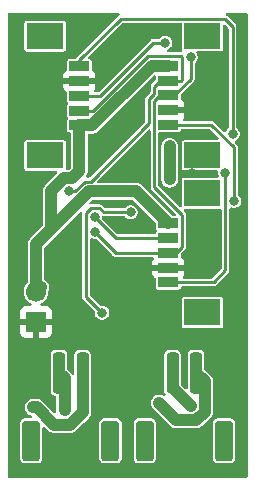
<source format=gbr>
%TF.GenerationSoftware,KiCad,Pcbnew,9.0.1*%
%TF.CreationDate,2025-05-22T11:03:56-04:00*%
%TF.ProjectId,Pneumatactors_1Xiao_PiezoPumps_2Valves,506e6575-6d61-4746-9163-746f72735f31,rev?*%
%TF.SameCoordinates,Original*%
%TF.FileFunction,Copper,L2,Bot*%
%TF.FilePolarity,Positive*%
%FSLAX46Y46*%
G04 Gerber Fmt 4.6, Leading zero omitted, Abs format (unit mm)*
G04 Created by KiCad (PCBNEW 9.0.1) date 2025-05-22 11:03:56*
%MOMM*%
%LPD*%
G01*
G04 APERTURE LIST*
G04 Aperture macros list*
%AMRoundRect*
0 Rectangle with rounded corners*
0 $1 Rounding radius*
0 $2 $3 $4 $5 $6 $7 $8 $9 X,Y pos of 4 corners*
0 Add a 4 corners polygon primitive as box body*
4,1,4,$2,$3,$4,$5,$6,$7,$8,$9,$2,$3,0*
0 Add four circle primitives for the rounded corners*
1,1,$1+$1,$2,$3*
1,1,$1+$1,$4,$5*
1,1,$1+$1,$6,$7*
1,1,$1+$1,$8,$9*
0 Add four rect primitives between the rounded corners*
20,1,$1+$1,$2,$3,$4,$5,0*
20,1,$1+$1,$4,$5,$6,$7,0*
20,1,$1+$1,$6,$7,$8,$9,0*
20,1,$1+$1,$8,$9,$2,$3,0*%
G04 Aperture macros list end*
%TA.AperFunction,SMDPad,CuDef*%
%ADD10R,3.098800X2.209800*%
%TD*%
%TA.AperFunction,SMDPad,CuDef*%
%ADD11R,1.701800X0.812800*%
%TD*%
%TA.AperFunction,SMDPad,CuDef*%
%ADD12RoundRect,0.250001X0.499999X1.449999X-0.499999X1.449999X-0.499999X-1.449999X0.499999X-1.449999X0*%
%TD*%
%TA.AperFunction,SMDPad,CuDef*%
%ADD13RoundRect,0.250000X0.250000X1.500000X-0.250000X1.500000X-0.250000X-1.500000X0.250000X-1.500000X0*%
%TD*%
%TA.AperFunction,ComponentPad*%
%ADD14C,1.700000*%
%TD*%
%TA.AperFunction,ComponentPad*%
%ADD15R,1.700000X1.700000*%
%TD*%
%TA.AperFunction,ViaPad*%
%ADD16C,0.800000*%
%TD*%
%TA.AperFunction,Conductor*%
%ADD17C,1.000000*%
%TD*%
%TA.AperFunction,Conductor*%
%ADD18C,0.250000*%
%TD*%
G04 APERTURE END LIST*
D10*
%TO.P,J4,7*%
%TO.N,N/C*%
X43184501Y-50175000D03*
%TO.P,J4,6*%
X43184501Y-40075000D03*
D11*
%TO.P,J4,5,5*%
%TO.N,P3_A*%
X46084500Y-42625000D03*
%TO.P,J4,4,4*%
%TO.N,GND*%
X46084500Y-43875000D03*
%TO.P,J4,3,3*%
%TO.N,SCL*%
X46084500Y-45125000D03*
%TO.P,J4,2,2*%
%TO.N,SDA*%
X46084500Y-46375000D03*
%TO.P,J4,1,1*%
%TO.N,5V*%
X46084500Y-47625000D03*
%TD*%
D12*
%TO.P,J6,MP*%
%TO.N,N/C*%
X51625000Y-74330000D03*
X58325000Y-74330000D03*
D13*
%TO.P,J6,2,Pin_2*%
%TO.N,5V*%
X53975000Y-68580000D03*
%TO.P,J6,1,Pin_1*%
%TO.N,Net-(D3-A)*%
X55975000Y-68580000D03*
%TD*%
D10*
%TO.P,J1,7*%
%TO.N,N/C*%
X56510499Y-40035000D03*
%TO.P,J1,6*%
X56510499Y-50135000D03*
D11*
%TO.P,J1,5,5*%
%TO.N,P1_A*%
X53610500Y-47585000D03*
%TO.P,J1,4,4*%
%TO.N,GND*%
X53610500Y-46335000D03*
%TO.P,J1,3,3*%
%TO.N,SCL*%
X53610500Y-45085000D03*
%TO.P,J1,2,2*%
%TO.N,SDA*%
X53610500Y-43835000D03*
%TO.P,J1,1,1*%
%TO.N,5V*%
X53610500Y-42585000D03*
%TD*%
D12*
%TO.P,J5,MP*%
%TO.N,N/C*%
X42005000Y-74330000D03*
X48705000Y-74330000D03*
D13*
%TO.P,J5,2,Pin_2*%
%TO.N,5V*%
X44355000Y-68580000D03*
%TO.P,J5,1,Pin_1*%
%TO.N,Net-(D2-A)*%
X46355000Y-68580000D03*
%TD*%
D10*
%TO.P,J2,7*%
%TO.N,N/C*%
X56510499Y-53370000D03*
%TO.P,J2,6*%
X56510499Y-63470000D03*
D11*
%TO.P,J2,5,5*%
%TO.N,P2_A*%
X53610500Y-60920000D03*
%TO.P,J2,4,4*%
%TO.N,GND*%
X53610500Y-59670000D03*
%TO.P,J2,3,3*%
%TO.N,SCL*%
X53610500Y-58420000D03*
%TO.P,J2,2,2*%
%TO.N,SDA*%
X53610500Y-57170000D03*
%TO.P,J2,1,1*%
%TO.N,5V*%
X53610500Y-55920000D03*
%TD*%
D14*
%TO.P,J3,2,Pin_2*%
%TO.N,5V*%
X42418000Y-61722000D03*
D15*
%TO.P,J3,1,Pin_1*%
%TO.N,GND*%
X42418000Y-64262000D03*
%TD*%
D16*
%TO.N,GND*%
X48514000Y-49530000D03*
%TO.N,SCL*%
X53340000Y-40640000D03*
%TO.N,P3_A*%
X59058289Y-48351184D03*
%TO.N,SCL*%
X55512399Y-41864966D03*
%TO.N,GND*%
X54864000Y-48514000D03*
%TO.N,5V*%
X53610500Y-55920000D03*
%TO.N,GND*%
X49403000Y-59182000D03*
%TO.N,3V3*%
X50419000Y-54991000D03*
X48006000Y-63500000D03*
%TO.N,5V*%
X55496000Y-71374000D03*
%TO.N,Net-(D1-K)*%
X53721000Y-52197000D03*
X53721000Y-49403000D03*
%TO.N,P1_A*%
X59176696Y-54022000D03*
%TO.N,GND*%
X56896000Y-58547000D03*
%TO.N,5V*%
X44831000Y-71755000D03*
%TO.N,Net-(D3-A)*%
X52832000Y-71120000D03*
%TO.N,GND*%
X55626000Y-51689000D03*
X50419000Y-50927000D03*
%TO.N,P2_A*%
X58451696Y-51694319D03*
%TO.N,SDA*%
X47369818Y-55373182D03*
X45210818Y-53214182D03*
%TO.N,SCL*%
X47371000Y-56642000D03*
%TO.N,GND*%
X51562000Y-60325000D03*
X44323000Y-63881000D03*
X44958000Y-59055000D03*
%TO.N,Net-(D2-A)*%
X42164000Y-71501000D03*
%TO.N,GND*%
X59817000Y-60452000D03*
X50165000Y-46609000D03*
X51181000Y-56261000D03*
X49530000Y-63500000D03*
X55880000Y-45720000D03*
%TD*%
D17*
%TO.N,5V*%
X42418000Y-57658000D02*
X43688000Y-56388000D01*
D18*
%TO.N,3V3*%
X46643818Y-62137818D02*
X48006000Y-63500000D01*
X50419000Y-54991000D02*
X48133000Y-54991000D01*
X47069098Y-54647182D02*
X46643818Y-55072462D01*
X47789182Y-54647182D02*
X47069098Y-54647182D01*
%TO.N,SCL*%
X54787400Y-55187600D02*
X54787400Y-57902400D01*
X47371000Y-56642000D02*
X49149000Y-58420000D01*
X52433600Y-52833800D02*
X54787400Y-55187600D01*
X49149000Y-58420000D02*
X53610500Y-58420000D01*
X53610500Y-45085000D02*
X52951200Y-45085000D01*
X54269800Y-58420000D02*
X53610500Y-58420000D01*
X52951200Y-45085000D02*
X52433600Y-45602600D01*
X52433600Y-45602600D02*
X52433600Y-52833800D01*
X54787400Y-57902400D02*
X54269800Y-58420000D01*
%TO.N,SDA*%
X47369818Y-55373182D02*
X49166636Y-57170000D01*
X49166636Y-57170000D02*
X53610500Y-57170000D01*
X47243060Y-46375000D02*
X46084500Y-46375000D01*
D17*
%TO.N,Net-(D2-A)*%
X45328470Y-72956000D02*
X46355000Y-71929470D01*
X43932844Y-72956000D02*
X45328470Y-72956000D01*
X42164000Y-71501000D02*
X42477844Y-71501000D01*
X42477844Y-71501000D02*
X43932844Y-72956000D01*
X46355000Y-71929470D02*
X46355000Y-68580000D01*
%TO.N,Net-(D1-K)*%
X53721000Y-52197000D02*
X53721000Y-49403000D01*
D18*
%TO.N,3V3*%
X48133000Y-54991000D02*
X47789182Y-54647182D01*
X46643818Y-55072462D02*
X46643818Y-62137818D01*
%TO.N,SDA*%
X54693800Y-41759000D02*
X51859060Y-41759000D01*
X53610500Y-43835000D02*
X54711400Y-43835000D01*
X54787400Y-43759000D02*
X54787400Y-41852600D01*
X52951200Y-43835000D02*
X53610500Y-43835000D01*
X51859060Y-41759000D02*
X47243060Y-46375000D01*
X54711400Y-43835000D02*
X54787400Y-43759000D01*
X52433600Y-44964790D02*
X52433600Y-44352600D01*
X52433600Y-44352600D02*
X52951200Y-43835000D01*
X54787400Y-41852600D02*
X54693800Y-41759000D01*
%TO.N,P2_A*%
X58451696Y-59912304D02*
X58451696Y-51694319D01*
X57444000Y-60920000D02*
X58451696Y-59912304D01*
X53610500Y-60920000D02*
X57444000Y-60920000D01*
%TO.N,P1_A*%
X59176696Y-49494897D02*
X59176696Y-54022000D01*
X53610500Y-47585000D02*
X57266799Y-47585000D01*
X57266799Y-47585000D02*
X59176696Y-49494897D01*
D17*
%TO.N,Net-(D3-A)*%
X54286999Y-72574999D02*
X55993471Y-72574999D01*
X52832000Y-71120000D02*
X54286999Y-72574999D01*
X55993471Y-72574999D02*
X56696999Y-71871471D01*
X56696999Y-71871471D02*
X56696999Y-69301999D01*
%TO.N,5V*%
X53610500Y-42585000D02*
X52201200Y-42585000D01*
X44831000Y-71755000D02*
X44831000Y-69056000D01*
X42418000Y-61722000D02*
X42418000Y-57658000D01*
X50903500Y-53213000D02*
X53610500Y-55920000D01*
X46863000Y-53213000D02*
X50903500Y-53213000D01*
X44831000Y-69056000D02*
X44355000Y-68580000D01*
X55496000Y-71374000D02*
X53975000Y-69853000D01*
X53975000Y-69853000D02*
X53975000Y-68580000D01*
%TO.N,Net-(D3-A)*%
X56696999Y-69301999D02*
X55975000Y-68580000D01*
D18*
%TO.N,P3_A*%
X46084500Y-42625000D02*
X46084500Y-42133500D01*
X46084500Y-42133500D02*
X49613900Y-38604100D01*
D17*
%TO.N,5V*%
X42799000Y-61341000D02*
X42418000Y-61722000D01*
X46863000Y-53213000D02*
X43688000Y-56388000D01*
X44754768Y-52113182D02*
X43688000Y-53179950D01*
X46084500Y-51463583D02*
X45434901Y-52113182D01*
X46084500Y-47625000D02*
X46084500Y-51463583D01*
X45434901Y-52113182D02*
X44754768Y-52113182D01*
X43688000Y-53179950D02*
X43688000Y-56388000D01*
D18*
%TO.N,SCL*%
X47855250Y-45125000D02*
X52340250Y-40640000D01*
X52340250Y-40640000D02*
X53340000Y-40640000D01*
X46084500Y-45125000D02*
X47855250Y-45125000D01*
D17*
%TO.N,5V*%
X52201200Y-42585000D02*
X47161200Y-47625000D01*
X47161200Y-47625000D02*
X46084500Y-47625000D01*
D18*
%TO.N,SDA*%
X45693678Y-53214182D02*
X46520860Y-52387000D01*
X45210818Y-53214182D02*
X45693678Y-53214182D01*
X47054000Y-52387000D02*
X51982600Y-47458400D01*
X51982600Y-45415790D02*
X52433600Y-44964790D01*
X51982600Y-47458400D02*
X51982600Y-45415790D01*
X46520860Y-52387000D02*
X47054000Y-52387000D01*
%TO.N,SCL*%
X53610500Y-45085000D02*
X54099210Y-45085000D01*
X54099210Y-45085000D02*
X55512399Y-43671811D01*
X55512399Y-43671811D02*
X55512399Y-41864966D01*
%TO.N,P3_A*%
X49613900Y-38604100D02*
X58385899Y-38604100D01*
X58385899Y-38604100D02*
X59058289Y-39276490D01*
X59058289Y-39276490D02*
X59058289Y-48351184D01*
%TD*%
%TA.AperFunction,Conductor*%
%TO.N,GND*%
G36*
X49439425Y-38120185D02*
G01*
X49485180Y-38172989D01*
X49495124Y-38242147D01*
X49466099Y-38305703D01*
X49434385Y-38331888D01*
X49414038Y-38343634D01*
X45824037Y-41933635D01*
X45824035Y-41933638D01*
X45811065Y-41956101D01*
X45760501Y-42004315D01*
X45703680Y-42018100D01*
X45213847Y-42018100D01*
X45155370Y-42029731D01*
X45155369Y-42029732D01*
X45089047Y-42074047D01*
X45044732Y-42140369D01*
X45044731Y-42140370D01*
X45033100Y-42198847D01*
X45033100Y-42932043D01*
X45013415Y-42999082D01*
X44983412Y-43031309D01*
X44876409Y-43111412D01*
X44790249Y-43226506D01*
X44790245Y-43226513D01*
X44740003Y-43361220D01*
X44740001Y-43361227D01*
X44733600Y-43420755D01*
X44733600Y-43625000D01*
X47435400Y-43625000D01*
X47435400Y-43420772D01*
X47435399Y-43420755D01*
X47428998Y-43361227D01*
X47428996Y-43361220D01*
X47378754Y-43226513D01*
X47378750Y-43226506D01*
X47292590Y-43111412D01*
X47185588Y-43031309D01*
X47143718Y-42975375D01*
X47135900Y-42932043D01*
X47135900Y-42198849D01*
X47135899Y-42198847D01*
X47124268Y-42140370D01*
X47124267Y-42140369D01*
X47079952Y-42074047D01*
X47013630Y-42029732D01*
X47013629Y-42029731D01*
X46955152Y-42018100D01*
X46949088Y-42017503D01*
X46949325Y-42015086D01*
X46892550Y-41998415D01*
X46846795Y-41945611D01*
X46836851Y-41876453D01*
X46865876Y-41812897D01*
X46871908Y-41806419D01*
X49712408Y-38965919D01*
X49773731Y-38932434D01*
X49800089Y-38929600D01*
X54636599Y-38929600D01*
X54703638Y-38949285D01*
X54749393Y-39002089D01*
X54760599Y-39053600D01*
X54760599Y-41159652D01*
X54772230Y-41218129D01*
X54772231Y-41218130D01*
X54787251Y-41240609D01*
X54808129Y-41307287D01*
X54789644Y-41374667D01*
X54737666Y-41421357D01*
X54684149Y-41433500D01*
X53629392Y-41433500D01*
X53562353Y-41413815D01*
X53516598Y-41361011D01*
X53506654Y-41291853D01*
X53535679Y-41228297D01*
X53567392Y-41202113D01*
X53640944Y-41159648D01*
X53708716Y-41120520D01*
X53820520Y-41008716D01*
X53899577Y-40871784D01*
X53940500Y-40719057D01*
X53940500Y-40560943D01*
X53899577Y-40408216D01*
X53883018Y-40379535D01*
X53820524Y-40271290D01*
X53820518Y-40271282D01*
X53708717Y-40159481D01*
X53708709Y-40159475D01*
X53571790Y-40080426D01*
X53571786Y-40080424D01*
X53571784Y-40080423D01*
X53419057Y-40039500D01*
X53260943Y-40039500D01*
X53108216Y-40080423D01*
X53108209Y-40080426D01*
X52971290Y-40159475D01*
X52971282Y-40159481D01*
X52853733Y-40277031D01*
X52851487Y-40274785D01*
X52807145Y-40307179D01*
X52765170Y-40314500D01*
X52297397Y-40314500D01*
X52214611Y-40336682D01*
X52214608Y-40336683D01*
X52177500Y-40358107D01*
X52177500Y-40358108D01*
X52140388Y-40379535D01*
X52140385Y-40379537D01*
X47756742Y-44763181D01*
X47729814Y-44777884D01*
X47703996Y-44794477D01*
X47697795Y-44795368D01*
X47695419Y-44796666D01*
X47669061Y-44799500D01*
X47419853Y-44799500D01*
X47352814Y-44779815D01*
X47307059Y-44727011D01*
X47297115Y-44657853D01*
X47320587Y-44601188D01*
X47378752Y-44523489D01*
X47378754Y-44523486D01*
X47428996Y-44388779D01*
X47428998Y-44388772D01*
X47435399Y-44329244D01*
X47435400Y-44329227D01*
X47435400Y-44125000D01*
X44733600Y-44125000D01*
X44733600Y-44329244D01*
X44740001Y-44388772D01*
X44740003Y-44388779D01*
X44790245Y-44523486D01*
X44790249Y-44523493D01*
X44876409Y-44638587D01*
X44876412Y-44638590D01*
X44983411Y-44718690D01*
X45025282Y-44774623D01*
X45033100Y-44817956D01*
X45033100Y-45551152D01*
X45044731Y-45609629D01*
X45044732Y-45609630D01*
X45092493Y-45681109D01*
X45113371Y-45747786D01*
X45094887Y-45815167D01*
X45092493Y-45818891D01*
X45044732Y-45890369D01*
X45044731Y-45890370D01*
X45033100Y-45948847D01*
X45033100Y-46801152D01*
X45044731Y-46859629D01*
X45044732Y-46859630D01*
X45092493Y-46931109D01*
X45113371Y-46997786D01*
X45094887Y-47065167D01*
X45092493Y-47068891D01*
X45044732Y-47140369D01*
X45044731Y-47140370D01*
X45033100Y-47198847D01*
X45033100Y-48051152D01*
X45044731Y-48109629D01*
X45044732Y-48109630D01*
X45089047Y-48175952D01*
X45155369Y-48220267D01*
X45155370Y-48220268D01*
X45213847Y-48231899D01*
X45213850Y-48231900D01*
X45213852Y-48231900D01*
X45260000Y-48231900D01*
X45327039Y-48251585D01*
X45372794Y-48304389D01*
X45384000Y-48355900D01*
X45384000Y-51122064D01*
X45375355Y-51151504D01*
X45368832Y-51181491D01*
X45365077Y-51186506D01*
X45364315Y-51189103D01*
X45347681Y-51209745D01*
X45181063Y-51376363D01*
X45119740Y-51409848D01*
X45093382Y-51412682D01*
X45058401Y-51412682D01*
X44991362Y-51392997D01*
X44945607Y-51340193D01*
X44934401Y-51288682D01*
X44934401Y-49050349D01*
X44934400Y-49050347D01*
X44922769Y-48991870D01*
X44922768Y-48991869D01*
X44878453Y-48925547D01*
X44812131Y-48881232D01*
X44812130Y-48881231D01*
X44753653Y-48869600D01*
X44753649Y-48869600D01*
X41615353Y-48869600D01*
X41615348Y-48869600D01*
X41556871Y-48881231D01*
X41556870Y-48881232D01*
X41490548Y-48925547D01*
X41446233Y-48991869D01*
X41446232Y-48991870D01*
X41434601Y-49050347D01*
X41434601Y-51299652D01*
X41446232Y-51358129D01*
X41446233Y-51358130D01*
X41490548Y-51424452D01*
X41556870Y-51468767D01*
X41556871Y-51468768D01*
X41615348Y-51480399D01*
X41615351Y-51480400D01*
X41615353Y-51480400D01*
X44097530Y-51480400D01*
X44164569Y-51500085D01*
X44210324Y-51552889D01*
X44220268Y-51622047D01*
X44191243Y-51685603D01*
X44185211Y-51692081D01*
X43143888Y-52733403D01*
X43143882Y-52733411D01*
X43069010Y-52845466D01*
X43067232Y-52848126D01*
X43067223Y-52848142D01*
X43014420Y-52975621D01*
X43014418Y-52975627D01*
X42987500Y-53110954D01*
X42987500Y-56046480D01*
X42967815Y-56113519D01*
X42951181Y-56134161D01*
X41873888Y-57211453D01*
X41873887Y-57211454D01*
X41797222Y-57326192D01*
X41744421Y-57453667D01*
X41744418Y-57453677D01*
X41717500Y-57589004D01*
X41717500Y-60885505D01*
X41697815Y-60952544D01*
X41681181Y-60973186D01*
X41602025Y-61052341D01*
X41602024Y-61052342D01*
X41487058Y-61224403D01*
X41407870Y-61415579D01*
X41407868Y-61415587D01*
X41367500Y-61618530D01*
X41367500Y-61825469D01*
X41407868Y-62028412D01*
X41407870Y-62028420D01*
X41469096Y-62176233D01*
X41487059Y-62219598D01*
X41516365Y-62263458D01*
X41602024Y-62391657D01*
X41748342Y-62537975D01*
X41748345Y-62537977D01*
X41920402Y-62652941D01*
X41959993Y-62669340D01*
X41969888Y-62673439D01*
X42024291Y-62717280D01*
X42046356Y-62783574D01*
X42029077Y-62851274D01*
X41977939Y-62898884D01*
X41922435Y-62912000D01*
X41520155Y-62912000D01*
X41460627Y-62918401D01*
X41460620Y-62918403D01*
X41325913Y-62968645D01*
X41325906Y-62968649D01*
X41210812Y-63054809D01*
X41210809Y-63054812D01*
X41124649Y-63169906D01*
X41124645Y-63169913D01*
X41074403Y-63304620D01*
X41074401Y-63304627D01*
X41068000Y-63364155D01*
X41068000Y-64012000D01*
X41984988Y-64012000D01*
X41952075Y-64069007D01*
X41918000Y-64196174D01*
X41918000Y-64327826D01*
X41952075Y-64454993D01*
X41984988Y-64512000D01*
X41068000Y-64512000D01*
X41068000Y-65159844D01*
X41074401Y-65219372D01*
X41074403Y-65219379D01*
X41124645Y-65354086D01*
X41124649Y-65354093D01*
X41210809Y-65469187D01*
X41210812Y-65469190D01*
X41325906Y-65555350D01*
X41325913Y-65555354D01*
X41460620Y-65605596D01*
X41460627Y-65605598D01*
X41520155Y-65611999D01*
X41520172Y-65612000D01*
X42168000Y-65612000D01*
X42168000Y-64695012D01*
X42225007Y-64727925D01*
X42352174Y-64762000D01*
X42483826Y-64762000D01*
X42610993Y-64727925D01*
X42668000Y-64695012D01*
X42668000Y-65612000D01*
X43315828Y-65612000D01*
X43315844Y-65611999D01*
X43375372Y-65605598D01*
X43375379Y-65605596D01*
X43510086Y-65555354D01*
X43510093Y-65555350D01*
X43625187Y-65469190D01*
X43625190Y-65469187D01*
X43711350Y-65354093D01*
X43711354Y-65354086D01*
X43761596Y-65219379D01*
X43761598Y-65219372D01*
X43767999Y-65159844D01*
X43768000Y-65159827D01*
X43768000Y-64512000D01*
X42851012Y-64512000D01*
X42883925Y-64454993D01*
X42918000Y-64327826D01*
X42918000Y-64196174D01*
X42883925Y-64069007D01*
X42851012Y-64012000D01*
X43768000Y-64012000D01*
X43768000Y-63364172D01*
X43767999Y-63364155D01*
X43761598Y-63304627D01*
X43761596Y-63304620D01*
X43711354Y-63169913D01*
X43711350Y-63169906D01*
X43625190Y-63054812D01*
X43625187Y-63054809D01*
X43510093Y-62968649D01*
X43510086Y-62968645D01*
X43375379Y-62918403D01*
X43375372Y-62918401D01*
X43315844Y-62912000D01*
X42913565Y-62912000D01*
X42846526Y-62892315D01*
X42800771Y-62839511D01*
X42790827Y-62770353D01*
X42819852Y-62706797D01*
X42866112Y-62673439D01*
X42871608Y-62671162D01*
X42915598Y-62652941D01*
X43087655Y-62537977D01*
X43233977Y-62391655D01*
X43348941Y-62219598D01*
X43428130Y-62028420D01*
X43468500Y-61825465D01*
X43468500Y-61618535D01*
X43467325Y-61612629D01*
X43472768Y-61551753D01*
X43470811Y-61551160D01*
X43472575Y-61545338D01*
X43472580Y-61545329D01*
X43499499Y-61409994D01*
X43499499Y-61272006D01*
X43472580Y-61136672D01*
X43419774Y-61009189D01*
X43419772Y-61009186D01*
X43419770Y-61009182D01*
X43343113Y-60894456D01*
X43245543Y-60796886D01*
X43173609Y-60748822D01*
X43128804Y-60695210D01*
X43118500Y-60645720D01*
X43118500Y-57999519D01*
X43138185Y-57932480D01*
X43154819Y-57911838D01*
X46106637Y-54960020D01*
X46167960Y-54926535D01*
X46237652Y-54931519D01*
X46293585Y-54973391D01*
X46318002Y-55038855D01*
X46318318Y-55047701D01*
X46318318Y-62180670D01*
X46340500Y-62263458D01*
X46361926Y-62300568D01*
X46383353Y-62337680D01*
X46383355Y-62337682D01*
X47369370Y-63323697D01*
X47402855Y-63385020D01*
X47404017Y-63412816D01*
X47405500Y-63412816D01*
X47405500Y-63579056D01*
X47446423Y-63731783D01*
X47446426Y-63731790D01*
X47525475Y-63868709D01*
X47525479Y-63868714D01*
X47525480Y-63868716D01*
X47637284Y-63980520D01*
X47637286Y-63980521D01*
X47637290Y-63980524D01*
X47691809Y-64012000D01*
X47774216Y-64059577D01*
X47926943Y-64100500D01*
X47926945Y-64100500D01*
X48085055Y-64100500D01*
X48085057Y-64100500D01*
X48237784Y-64059577D01*
X48374716Y-63980520D01*
X48486520Y-63868716D01*
X48565577Y-63731784D01*
X48606500Y-63579057D01*
X48606500Y-63420943D01*
X48565577Y-63268216D01*
X48565573Y-63268209D01*
X48486524Y-63131290D01*
X48486518Y-63131282D01*
X48374717Y-63019481D01*
X48374709Y-63019475D01*
X48237790Y-62940426D01*
X48237786Y-62940424D01*
X48237784Y-62940423D01*
X48085057Y-62899500D01*
X47926943Y-62899500D01*
X47918816Y-62899500D01*
X47918816Y-62896332D01*
X47864504Y-62887851D01*
X47829697Y-62863370D01*
X47311674Y-62345347D01*
X54760599Y-62345347D01*
X54760599Y-64594652D01*
X54772230Y-64653129D01*
X54772231Y-64653130D01*
X54816546Y-64719452D01*
X54882868Y-64763767D01*
X54882869Y-64763768D01*
X54941346Y-64775399D01*
X54941349Y-64775400D01*
X54941351Y-64775400D01*
X58079649Y-64775400D01*
X58079650Y-64775399D01*
X58094467Y-64772452D01*
X58138128Y-64763768D01*
X58138128Y-64763767D01*
X58138130Y-64763767D01*
X58204451Y-64719452D01*
X58248766Y-64653131D01*
X58248766Y-64653129D01*
X58248767Y-64653129D01*
X58260398Y-64594652D01*
X58260399Y-64594650D01*
X58260399Y-62345349D01*
X58260398Y-62345347D01*
X58248767Y-62286870D01*
X58248766Y-62286869D01*
X58204451Y-62220547D01*
X58138129Y-62176232D01*
X58138128Y-62176231D01*
X58079651Y-62164600D01*
X58079647Y-62164600D01*
X54941351Y-62164600D01*
X54941346Y-62164600D01*
X54882869Y-62176231D01*
X54882868Y-62176232D01*
X54816546Y-62220547D01*
X54772231Y-62286869D01*
X54772230Y-62286870D01*
X54760599Y-62345347D01*
X47311674Y-62345347D01*
X47005637Y-62039310D01*
X46972152Y-61977987D01*
X46969318Y-61951629D01*
X46969318Y-57316781D01*
X46989003Y-57249742D01*
X47041807Y-57203987D01*
X47110965Y-57194043D01*
X47131323Y-57199629D01*
X47131365Y-57199473D01*
X47139214Y-57201576D01*
X47139216Y-57201577D01*
X47291943Y-57242500D01*
X47291945Y-57242500D01*
X47458185Y-57242500D01*
X47458185Y-57245683D01*
X47512398Y-57254102D01*
X47547302Y-57278629D01*
X48213925Y-57945251D01*
X48888533Y-58619859D01*
X48888535Y-58619862D01*
X48949138Y-58680465D01*
X48986250Y-58701891D01*
X48995370Y-58707157D01*
X48995373Y-58707159D01*
X49023358Y-58723317D01*
X49023360Y-58723317D01*
X49023361Y-58723318D01*
X49106147Y-58745501D01*
X49106149Y-58745501D01*
X49199449Y-58745501D01*
X49199465Y-58745500D01*
X52275147Y-58745500D01*
X52342186Y-58765185D01*
X52387941Y-58817989D01*
X52397885Y-58887147D01*
X52374413Y-58943812D01*
X52316247Y-59021510D01*
X52316245Y-59021513D01*
X52266003Y-59156220D01*
X52266001Y-59156227D01*
X52259600Y-59215755D01*
X52259600Y-59420000D01*
X54961400Y-59420000D01*
X54961400Y-59215772D01*
X54961399Y-59215755D01*
X54954998Y-59156227D01*
X54954996Y-59156220D01*
X54904754Y-59021513D01*
X54904750Y-59021506D01*
X54818590Y-58906412D01*
X54711588Y-58826309D01*
X54708851Y-58822653D01*
X54704697Y-58820756D01*
X54688105Y-58794938D01*
X54669718Y-58770375D01*
X54668702Y-58764747D01*
X54666923Y-58761978D01*
X54661900Y-58727043D01*
X54661900Y-58539589D01*
X54681585Y-58472550D01*
X54698219Y-58451908D01*
X55047865Y-58102262D01*
X55090718Y-58028039D01*
X55112900Y-57945253D01*
X55112900Y-57859547D01*
X55112900Y-55144747D01*
X55092887Y-55070057D01*
X55092886Y-55070055D01*
X55090718Y-55061961D01*
X55090717Y-55061960D01*
X55047865Y-54987738D01*
X54947208Y-54887081D01*
X54913723Y-54825758D01*
X54918707Y-54756066D01*
X54960579Y-54700133D01*
X55026043Y-54675716D01*
X55034889Y-54675400D01*
X58002196Y-54675400D01*
X58069235Y-54695085D01*
X58114990Y-54747889D01*
X58126196Y-54799400D01*
X58126196Y-59726115D01*
X58106511Y-59793154D01*
X58089877Y-59813796D01*
X57345492Y-60558181D01*
X57284169Y-60591666D01*
X57257811Y-60594500D01*
X54945853Y-60594500D01*
X54878814Y-60574815D01*
X54833059Y-60522011D01*
X54823115Y-60452853D01*
X54846587Y-60396188D01*
X54904752Y-60318489D01*
X54904754Y-60318486D01*
X54954996Y-60183779D01*
X54954998Y-60183772D01*
X54961399Y-60124244D01*
X54961400Y-60124227D01*
X54961400Y-59920000D01*
X52259600Y-59920000D01*
X52259600Y-60124244D01*
X52266001Y-60183772D01*
X52266003Y-60183779D01*
X52316245Y-60318486D01*
X52316249Y-60318493D01*
X52402409Y-60433587D01*
X52402412Y-60433590D01*
X52509411Y-60513690D01*
X52551282Y-60569623D01*
X52559100Y-60612956D01*
X52559100Y-61346152D01*
X52570731Y-61404629D01*
X52570732Y-61404630D01*
X52615047Y-61470952D01*
X52681369Y-61515267D01*
X52681370Y-61515268D01*
X52739847Y-61526899D01*
X52739850Y-61526900D01*
X52739852Y-61526900D01*
X54481150Y-61526900D01*
X54481151Y-61526899D01*
X54495968Y-61523952D01*
X54539629Y-61515268D01*
X54539629Y-61515267D01*
X54539631Y-61515267D01*
X54605952Y-61470952D01*
X54650267Y-61404631D01*
X54653847Y-61386632D01*
X54662068Y-61345308D01*
X54694453Y-61283397D01*
X54755169Y-61248823D01*
X54783685Y-61245500D01*
X57486851Y-61245500D01*
X57486853Y-61245500D01*
X57569639Y-61223318D01*
X57643862Y-61180465D01*
X58712161Y-60112166D01*
X58755013Y-60037943D01*
X58755014Y-60037942D01*
X58777196Y-59955157D01*
X58777196Y-54697685D01*
X58796881Y-54630646D01*
X58849685Y-54584891D01*
X58918843Y-54574947D01*
X58936942Y-54579913D01*
X58937061Y-54579473D01*
X58944910Y-54581576D01*
X58944912Y-54581577D01*
X59097639Y-54622500D01*
X59097641Y-54622500D01*
X59255751Y-54622500D01*
X59255753Y-54622500D01*
X59408480Y-54581577D01*
X59545412Y-54502520D01*
X59657216Y-54390716D01*
X59736273Y-54253784D01*
X59777196Y-54101057D01*
X59777196Y-53942943D01*
X59736273Y-53790216D01*
X59681131Y-53694706D01*
X59657220Y-53653290D01*
X59657214Y-53653282D01*
X59539665Y-53535733D01*
X59541903Y-53533494D01*
X59509494Y-53489080D01*
X59502196Y-53447169D01*
X59502196Y-49452046D01*
X59502196Y-49452044D01*
X59480014Y-49369259D01*
X59480014Y-49369258D01*
X59437161Y-49295035D01*
X59253581Y-49111455D01*
X59220096Y-49050132D01*
X59225080Y-48980440D01*
X59266952Y-48924507D01*
X59283262Y-48915219D01*
X59283035Y-48914825D01*
X59426998Y-48831708D01*
X59426997Y-48831708D01*
X59427005Y-48831704D01*
X59538809Y-48719900D01*
X59617866Y-48582968D01*
X59658789Y-48430241D01*
X59658789Y-48272127D01*
X59617866Y-48119400D01*
X59589131Y-48069629D01*
X59538813Y-47982474D01*
X59538807Y-47982466D01*
X59421258Y-47864917D01*
X59423496Y-47862678D01*
X59391087Y-47818264D01*
X59383789Y-47776353D01*
X59383789Y-39233639D01*
X59383789Y-39233637D01*
X59361607Y-39150852D01*
X59361607Y-39150851D01*
X59318754Y-39076628D01*
X58585761Y-38343635D01*
X58565412Y-38331886D01*
X58517197Y-38281320D01*
X58503975Y-38212713D01*
X58529943Y-38147848D01*
X58586857Y-38107320D01*
X58627413Y-38100500D01*
X60200500Y-38100500D01*
X60267539Y-38120185D01*
X60313294Y-38172989D01*
X60324500Y-38224500D01*
X60324500Y-77345500D01*
X60304815Y-77412539D01*
X60252011Y-77458294D01*
X60200500Y-77469500D01*
X40129500Y-77469500D01*
X40062461Y-77449815D01*
X40016706Y-77397011D01*
X40005500Y-77345500D01*
X40005500Y-72825731D01*
X41054500Y-72825731D01*
X41054500Y-75834258D01*
X41057354Y-75864698D01*
X41057354Y-75864699D01*
X41102206Y-75992881D01*
X41102207Y-75992882D01*
X41182850Y-76102150D01*
X41292118Y-76182793D01*
X41420302Y-76227646D01*
X41420301Y-76227646D01*
X41424271Y-76228018D01*
X41450735Y-76230500D01*
X42559264Y-76230499D01*
X42589698Y-76227646D01*
X42717882Y-76182793D01*
X42827150Y-76102150D01*
X42907793Y-75992882D01*
X42952646Y-75864698D01*
X42955500Y-75834265D01*
X42955499Y-73268673D01*
X42975184Y-73201635D01*
X43027987Y-73155880D01*
X43097146Y-73145936D01*
X43160702Y-73174961D01*
X43167180Y-73180993D01*
X43486297Y-73500111D01*
X43486298Y-73500112D01*
X43601036Y-73576777D01*
X43728511Y-73629578D01*
X43728516Y-73629580D01*
X43728520Y-73629580D01*
X43728521Y-73629581D01*
X43863847Y-73656500D01*
X43863850Y-73656500D01*
X45397466Y-73656500D01*
X45488510Y-73638389D01*
X45532798Y-73629580D01*
X45596539Y-73603177D01*
X45660277Y-73576777D01*
X45660278Y-73576776D01*
X45660281Y-73576775D01*
X45775013Y-73500114D01*
X46156017Y-73119110D01*
X46449397Y-72825731D01*
X47754500Y-72825731D01*
X47754500Y-75834258D01*
X47757354Y-75864698D01*
X47757354Y-75864699D01*
X47802206Y-75992881D01*
X47802207Y-75992882D01*
X47882850Y-76102150D01*
X47992118Y-76182793D01*
X48120302Y-76227646D01*
X48120301Y-76227646D01*
X48124271Y-76228018D01*
X48150735Y-76230500D01*
X49259264Y-76230499D01*
X49289698Y-76227646D01*
X49417882Y-76182793D01*
X49527150Y-76102150D01*
X49607793Y-75992882D01*
X49652646Y-75864698D01*
X49655500Y-75834265D01*
X49655499Y-72825736D01*
X49655499Y-72825731D01*
X50674500Y-72825731D01*
X50674500Y-75834258D01*
X50677354Y-75864698D01*
X50677354Y-75864699D01*
X50722206Y-75992881D01*
X50722207Y-75992882D01*
X50802850Y-76102150D01*
X50912118Y-76182793D01*
X51040302Y-76227646D01*
X51040301Y-76227646D01*
X51044271Y-76228018D01*
X51070735Y-76230500D01*
X52179264Y-76230499D01*
X52209698Y-76227646D01*
X52337882Y-76182793D01*
X52447150Y-76102150D01*
X52527793Y-75992882D01*
X52572646Y-75864698D01*
X52575500Y-75834265D01*
X52575499Y-72825736D01*
X52572646Y-72795302D01*
X52527793Y-72667118D01*
X52447150Y-72557850D01*
X52337882Y-72477207D01*
X52337881Y-72477206D01*
X52209695Y-72432353D01*
X52209698Y-72432353D01*
X52179268Y-72429500D01*
X51070741Y-72429500D01*
X51040301Y-72432354D01*
X51040300Y-72432354D01*
X50912118Y-72477206D01*
X50802850Y-72557850D01*
X50722206Y-72667118D01*
X50677353Y-72795302D01*
X50674500Y-72825731D01*
X49655499Y-72825731D01*
X49652646Y-72795302D01*
X49607793Y-72667118D01*
X49527150Y-72557850D01*
X49417882Y-72477207D01*
X49417881Y-72477206D01*
X49289695Y-72432353D01*
X49289698Y-72432353D01*
X49259268Y-72429500D01*
X48150741Y-72429500D01*
X48120301Y-72432354D01*
X48120300Y-72432354D01*
X47992118Y-72477206D01*
X47882850Y-72557850D01*
X47802206Y-72667118D01*
X47757353Y-72795302D01*
X47754500Y-72825731D01*
X46449397Y-72825731D01*
X46539973Y-72735155D01*
X46899111Y-72376016D01*
X46899112Y-72376015D01*
X46899114Y-72376013D01*
X46975775Y-72261281D01*
X47028580Y-72133798D01*
X47055500Y-71998464D01*
X47055500Y-71860476D01*
X47055500Y-71188996D01*
X52131499Y-71188996D01*
X52158418Y-71324322D01*
X52158421Y-71324332D01*
X52211222Y-71451807D01*
X52287887Y-71566545D01*
X52287888Y-71566546D01*
X53742885Y-73021541D01*
X53840454Y-73119110D01*
X53840458Y-73119114D01*
X53955183Y-73195771D01*
X53955184Y-73195771D01*
X53955188Y-73195774D01*
X54045331Y-73233112D01*
X54082670Y-73248579D01*
X54109590Y-73253933D01*
X54183696Y-73268674D01*
X54218005Y-73275499D01*
X54218006Y-73275499D01*
X56062467Y-73275499D01*
X56170883Y-73253933D01*
X56197799Y-73248579D01*
X56261540Y-73222176D01*
X56325278Y-73195776D01*
X56325279Y-73195775D01*
X56325282Y-73195774D01*
X56440014Y-73119113D01*
X56589815Y-72969312D01*
X56733397Y-72825731D01*
X57374500Y-72825731D01*
X57374500Y-75834258D01*
X57377354Y-75864698D01*
X57377354Y-75864699D01*
X57422206Y-75992881D01*
X57422207Y-75992882D01*
X57502850Y-76102150D01*
X57612118Y-76182793D01*
X57740302Y-76227646D01*
X57740301Y-76227646D01*
X57744271Y-76228018D01*
X57770735Y-76230500D01*
X58879264Y-76230499D01*
X58909698Y-76227646D01*
X59037882Y-76182793D01*
X59147150Y-76102150D01*
X59227793Y-75992882D01*
X59272646Y-75864698D01*
X59275500Y-75834265D01*
X59275499Y-72825736D01*
X59272646Y-72795302D01*
X59227793Y-72667118D01*
X59147150Y-72557850D01*
X59037882Y-72477207D01*
X59037881Y-72477206D01*
X58909695Y-72432353D01*
X58909698Y-72432353D01*
X58879268Y-72429500D01*
X57770741Y-72429500D01*
X57740301Y-72432354D01*
X57740300Y-72432354D01*
X57612118Y-72477206D01*
X57502850Y-72557850D01*
X57422206Y-72667118D01*
X57377353Y-72795302D01*
X57374500Y-72825731D01*
X56733397Y-72825731D01*
X56823973Y-72735155D01*
X57241110Y-72318017D01*
X57241111Y-72318016D01*
X57241113Y-72318014D01*
X57317774Y-72203282D01*
X57325810Y-72183883D01*
X57351537Y-72121771D01*
X57370579Y-72075799D01*
X57396091Y-71947545D01*
X57397499Y-71940467D01*
X57397499Y-69233003D01*
X57370580Y-69097676D01*
X57370579Y-69097675D01*
X57370579Y-69097671D01*
X57317774Y-68970188D01*
X57278768Y-68911811D01*
X57241113Y-68855456D01*
X57241110Y-68855452D01*
X56711819Y-68326161D01*
X56678334Y-68264838D01*
X56675500Y-68238480D01*
X56675500Y-67025730D01*
X56672646Y-66995300D01*
X56672646Y-66995298D01*
X56627793Y-66867119D01*
X56627792Y-66867117D01*
X56547150Y-66757850D01*
X56437882Y-66677207D01*
X56437880Y-66677206D01*
X56309700Y-66632353D01*
X56279270Y-66629500D01*
X56279266Y-66629500D01*
X55670734Y-66629500D01*
X55670730Y-66629500D01*
X55640300Y-66632353D01*
X55640298Y-66632353D01*
X55512119Y-66677206D01*
X55512117Y-66677207D01*
X55402850Y-66757850D01*
X55322207Y-66867117D01*
X55322206Y-66867119D01*
X55277353Y-66995298D01*
X55277353Y-66995300D01*
X55274500Y-67025730D01*
X55274500Y-69862481D01*
X55254815Y-69929520D01*
X55202011Y-69975275D01*
X55132853Y-69985219D01*
X55069297Y-69956194D01*
X55062819Y-69950162D01*
X54711819Y-69599162D01*
X54678334Y-69537839D01*
X54675500Y-69511481D01*
X54675500Y-67025730D01*
X54672646Y-66995300D01*
X54672646Y-66995298D01*
X54627793Y-66867119D01*
X54627792Y-66867117D01*
X54547150Y-66757850D01*
X54437882Y-66677207D01*
X54437880Y-66677206D01*
X54309700Y-66632353D01*
X54279270Y-66629500D01*
X54279266Y-66629500D01*
X53670734Y-66629500D01*
X53670730Y-66629500D01*
X53640300Y-66632353D01*
X53640298Y-66632353D01*
X53512119Y-66677206D01*
X53512117Y-66677207D01*
X53402850Y-66757850D01*
X53322207Y-66867117D01*
X53322206Y-66867119D01*
X53277353Y-66995298D01*
X53277353Y-66995300D01*
X53274500Y-67025730D01*
X53274500Y-70134269D01*
X53277353Y-70164699D01*
X53277353Y-70164701D01*
X53322206Y-70292880D01*
X53322209Y-70292886D01*
X53355330Y-70337763D01*
X53379301Y-70403392D01*
X53363985Y-70471562D01*
X53314245Y-70520630D01*
X53245873Y-70535017D01*
X53186670Y-70514499D01*
X53163807Y-70499222D01*
X53036332Y-70446421D01*
X53036322Y-70446418D01*
X52900996Y-70419500D01*
X52900994Y-70419500D01*
X52763006Y-70419500D01*
X52763004Y-70419500D01*
X52627677Y-70446418D01*
X52627667Y-70446421D01*
X52500192Y-70499222D01*
X52385454Y-70575887D01*
X52287887Y-70673454D01*
X52211222Y-70788192D01*
X52158421Y-70915667D01*
X52158418Y-70915677D01*
X52131500Y-71051003D01*
X52131500Y-71051006D01*
X52131500Y-71188994D01*
X52131500Y-71188996D01*
X52131499Y-71188996D01*
X47055500Y-71188996D01*
X47055500Y-68511007D01*
X47055500Y-68511006D01*
X47055500Y-67025734D01*
X47052646Y-66995301D01*
X47052646Y-66995300D01*
X47052646Y-66995298D01*
X47007793Y-66867119D01*
X47007792Y-66867117D01*
X46927150Y-66757850D01*
X46817882Y-66677207D01*
X46817880Y-66677206D01*
X46689700Y-66632353D01*
X46659270Y-66629500D01*
X46659266Y-66629500D01*
X46050734Y-66629500D01*
X46050730Y-66629500D01*
X46020300Y-66632353D01*
X46020298Y-66632353D01*
X45892119Y-66677206D01*
X45892117Y-66677207D01*
X45782850Y-66757850D01*
X45702207Y-66867117D01*
X45702206Y-66867119D01*
X45657353Y-66995298D01*
X45657353Y-66995300D01*
X45654500Y-67025730D01*
X45654500Y-68618814D01*
X45634815Y-68685853D01*
X45582011Y-68731608D01*
X45512853Y-68741552D01*
X45449297Y-68712527D01*
X45427398Y-68687705D01*
X45375114Y-68609457D01*
X45375111Y-68609453D01*
X45091819Y-68326161D01*
X45058334Y-68264838D01*
X45055500Y-68238480D01*
X45055500Y-67025730D01*
X45052646Y-66995300D01*
X45052646Y-66995298D01*
X45007793Y-66867119D01*
X45007792Y-66867117D01*
X44927150Y-66757850D01*
X44817882Y-66677207D01*
X44817880Y-66677206D01*
X44689700Y-66632353D01*
X44659270Y-66629500D01*
X44659266Y-66629500D01*
X44050734Y-66629500D01*
X44050730Y-66629500D01*
X44020300Y-66632353D01*
X44020298Y-66632353D01*
X43892119Y-66677206D01*
X43892117Y-66677207D01*
X43782850Y-66757850D01*
X43702207Y-66867117D01*
X43702206Y-66867119D01*
X43657353Y-66995298D01*
X43657353Y-66995300D01*
X43654500Y-67025730D01*
X43654500Y-70134269D01*
X43657353Y-70164699D01*
X43657353Y-70164701D01*
X43702206Y-70292880D01*
X43702207Y-70292882D01*
X43782850Y-70402150D01*
X43892118Y-70482793D01*
X43924163Y-70494006D01*
X44020298Y-70527646D01*
X44027670Y-70529256D01*
X44027266Y-70531102D01*
X44082968Y-70553280D01*
X44123604Y-70610118D01*
X44130500Y-70650895D01*
X44130500Y-71823995D01*
X44134928Y-71846259D01*
X44128699Y-71915850D01*
X44085834Y-71971026D01*
X44019944Y-71994269D01*
X43951948Y-71978200D01*
X43925629Y-71958128D01*
X42924390Y-70956888D01*
X42924389Y-70956887D01*
X42809651Y-70880222D01*
X42682176Y-70827421D01*
X42682166Y-70827418D01*
X42546840Y-70800500D01*
X42546838Y-70800500D01*
X42546837Y-70800500D01*
X42095007Y-70800500D01*
X42095005Y-70800500D01*
X41959677Y-70827418D01*
X41959667Y-70827421D01*
X41832195Y-70880221D01*
X41832182Y-70880228D01*
X41717458Y-70956885D01*
X41717454Y-70956888D01*
X41619888Y-71054454D01*
X41619885Y-71054458D01*
X41543228Y-71169182D01*
X41543221Y-71169195D01*
X41490421Y-71296667D01*
X41490418Y-71296677D01*
X41463500Y-71432004D01*
X41463500Y-71432007D01*
X41463500Y-71569993D01*
X41463500Y-71569995D01*
X41463499Y-71569995D01*
X41490418Y-71705322D01*
X41490421Y-71705332D01*
X41543221Y-71832804D01*
X41543228Y-71832817D01*
X41619885Y-71947541D01*
X41619888Y-71947545D01*
X41717454Y-72045111D01*
X41717458Y-72045114D01*
X41832182Y-72121771D01*
X41832195Y-72121778D01*
X41959667Y-72174578D01*
X41959672Y-72174580D01*
X41990700Y-72180751D01*
X42006440Y-72183883D01*
X42068351Y-72216267D01*
X42102925Y-72276983D01*
X42099186Y-72346752D01*
X42058320Y-72403425D01*
X41993302Y-72429006D01*
X41982249Y-72429500D01*
X41450741Y-72429500D01*
X41420301Y-72432354D01*
X41420300Y-72432354D01*
X41292118Y-72477206D01*
X41182850Y-72557850D01*
X41102206Y-72667118D01*
X41057353Y-72795302D01*
X41054500Y-72825731D01*
X40005500Y-72825731D01*
X40005500Y-38950347D01*
X41434601Y-38950347D01*
X41434601Y-41199652D01*
X41446232Y-41258129D01*
X41446233Y-41258130D01*
X41490548Y-41324452D01*
X41556870Y-41368767D01*
X41556871Y-41368768D01*
X41615348Y-41380399D01*
X41615351Y-41380400D01*
X41615353Y-41380400D01*
X44753651Y-41380400D01*
X44753652Y-41380399D01*
X44768469Y-41377452D01*
X44812130Y-41368768D01*
X44812130Y-41368767D01*
X44812132Y-41368767D01*
X44878453Y-41324452D01*
X44922768Y-41258131D01*
X44922768Y-41258129D01*
X44922769Y-41258129D01*
X44934400Y-41199652D01*
X44934401Y-41199650D01*
X44934401Y-38950349D01*
X44934400Y-38950347D01*
X44922769Y-38891870D01*
X44922768Y-38891869D01*
X44878453Y-38825547D01*
X44812131Y-38781232D01*
X44812130Y-38781231D01*
X44753653Y-38769600D01*
X44753649Y-38769600D01*
X41615353Y-38769600D01*
X41615348Y-38769600D01*
X41556871Y-38781231D01*
X41556870Y-38781232D01*
X41490548Y-38825547D01*
X41446233Y-38891869D01*
X41446232Y-38891870D01*
X41434601Y-38950347D01*
X40005500Y-38950347D01*
X40005500Y-38224500D01*
X40025185Y-38157461D01*
X40077989Y-38111706D01*
X40129500Y-38100500D01*
X49372386Y-38100500D01*
X49439425Y-38120185D01*
G37*
%TD.AperFunction*%
%TA.AperFunction,Conductor*%
G36*
X50629020Y-53933185D02*
G01*
X50649662Y-53949819D01*
X52522781Y-55822938D01*
X52556266Y-55884261D01*
X52559100Y-55910619D01*
X52559100Y-56346152D01*
X52570731Y-56404629D01*
X52570732Y-56404630D01*
X52618493Y-56476109D01*
X52639371Y-56542786D01*
X52628685Y-56595402D01*
X52619484Y-56616083D01*
X52615048Y-56619048D01*
X52570733Y-56685369D01*
X52559100Y-56743852D01*
X52559100Y-56751815D01*
X52550609Y-56770902D01*
X52536587Y-56787408D01*
X52526547Y-56806603D01*
X52514413Y-56813512D01*
X52505375Y-56824153D01*
X52484653Y-56830458D01*
X52465831Y-56841177D01*
X52439255Y-56844273D01*
X52438532Y-56844494D01*
X52438192Y-56844397D01*
X52437315Y-56844500D01*
X49352825Y-56844500D01*
X49285786Y-56824815D01*
X49265144Y-56808181D01*
X48006447Y-55549484D01*
X47972962Y-55488161D01*
X47971812Y-55460367D01*
X47970318Y-55460367D01*
X47970318Y-55440500D01*
X47990003Y-55373461D01*
X48042807Y-55327706D01*
X48094318Y-55316500D01*
X48175853Y-55316500D01*
X49844170Y-55316500D01*
X49911209Y-55336185D01*
X49931679Y-55355022D01*
X49932733Y-55353969D01*
X49938480Y-55359716D01*
X50050284Y-55471520D01*
X50050286Y-55471521D01*
X50050290Y-55471524D01*
X50185323Y-55549484D01*
X50187216Y-55550577D01*
X50339943Y-55591500D01*
X50339945Y-55591500D01*
X50498055Y-55591500D01*
X50498057Y-55591500D01*
X50650784Y-55550577D01*
X50787716Y-55471520D01*
X50899520Y-55359716D01*
X50978577Y-55222784D01*
X51019500Y-55070057D01*
X51019500Y-54911943D01*
X50978577Y-54759216D01*
X50944466Y-54700133D01*
X50899524Y-54622290D01*
X50899518Y-54622282D01*
X50787717Y-54510481D01*
X50787709Y-54510475D01*
X50650790Y-54431426D01*
X50650786Y-54431424D01*
X50650784Y-54431423D01*
X50498057Y-54390500D01*
X50339943Y-54390500D01*
X50187216Y-54431423D01*
X50187209Y-54431426D01*
X50050290Y-54510475D01*
X50050282Y-54510481D01*
X49932733Y-54628031D01*
X49930487Y-54625785D01*
X49886145Y-54658179D01*
X49844170Y-54665500D01*
X48319189Y-54665500D01*
X48252150Y-54645815D01*
X48231508Y-54629181D01*
X47989046Y-54386719D01*
X47989044Y-54386717D01*
X47951932Y-54365290D01*
X47914822Y-54343864D01*
X47873428Y-54332773D01*
X47832035Y-54321682D01*
X47832034Y-54321682D01*
X47119561Y-54321682D01*
X47111954Y-54321681D01*
X47111951Y-54321681D01*
X47044336Y-54321681D01*
X46977297Y-54301996D01*
X46931543Y-54249191D01*
X46921600Y-54180032D01*
X46946596Y-54125300D01*
X46950625Y-54116478D01*
X46956657Y-54110000D01*
X47116838Y-53949819D01*
X47178161Y-53916334D01*
X47204519Y-53913500D01*
X50561981Y-53913500D01*
X50629020Y-53933185D01*
G37*
%TD.AperFunction*%
%TA.AperFunction,Conductor*%
G36*
X52027434Y-47976407D02*
G01*
X52083367Y-48018279D01*
X52107784Y-48083743D01*
X52108100Y-48092589D01*
X52108100Y-52876652D01*
X52130282Y-52959440D01*
X52139625Y-52975622D01*
X52173135Y-53033662D01*
X52173137Y-53033664D01*
X54240892Y-55101419D01*
X54251504Y-55120855D01*
X54266005Y-55137589D01*
X54267921Y-55150920D01*
X54274377Y-55162742D01*
X54272797Y-55184828D01*
X54275949Y-55206747D01*
X54270353Y-55218998D01*
X54269393Y-55232434D01*
X54256122Y-55250160D01*
X54246924Y-55270303D01*
X54235592Y-55277585D01*
X54227521Y-55288367D01*
X54206775Y-55296104D01*
X54188146Y-55308077D01*
X54166227Y-55311228D01*
X54162057Y-55312784D01*
X54153211Y-55313100D01*
X54045619Y-55313100D01*
X53978580Y-55293415D01*
X53957938Y-55276781D01*
X51350046Y-52668888D01*
X51350045Y-52668887D01*
X51235307Y-52592222D01*
X51107832Y-52539421D01*
X51107822Y-52539418D01*
X50972496Y-52512500D01*
X50972494Y-52512500D01*
X50972493Y-52512500D01*
X47688189Y-52512500D01*
X47621150Y-52492815D01*
X47575395Y-52440011D01*
X47565451Y-52370853D01*
X47594476Y-52307297D01*
X47600508Y-52300819D01*
X51896419Y-48004908D01*
X51957742Y-47971423D01*
X52027434Y-47976407D01*
G37*
%TD.AperFunction*%
%TA.AperFunction,Conductor*%
G36*
X57147649Y-47930185D02*
G01*
X57168291Y-47946819D01*
X57839391Y-48617919D01*
X57872876Y-48679242D01*
X57867892Y-48748934D01*
X57826020Y-48804867D01*
X57760556Y-48829284D01*
X57751710Y-48829600D01*
X54941346Y-48829600D01*
X54882869Y-48841231D01*
X54882868Y-48841232D01*
X54816546Y-48885547D01*
X54772231Y-48951869D01*
X54772230Y-48951870D01*
X54760599Y-49010347D01*
X54760599Y-51259652D01*
X54772230Y-51318129D01*
X54772231Y-51318130D01*
X54816546Y-51384452D01*
X54882868Y-51428767D01*
X54882869Y-51428768D01*
X54941346Y-51440399D01*
X54941349Y-51440400D01*
X54941351Y-51440400D01*
X57736451Y-51440400D01*
X57803490Y-51460085D01*
X57849245Y-51512889D01*
X57859189Y-51582047D01*
X57856225Y-51596495D01*
X57851196Y-51615260D01*
X57851196Y-51615262D01*
X57851196Y-51773376D01*
X57887404Y-51908509D01*
X57885742Y-51978356D01*
X57846580Y-52036219D01*
X57782351Y-52063723D01*
X57767630Y-52064600D01*
X54941346Y-52064600D01*
X54882869Y-52076231D01*
X54882868Y-52076232D01*
X54816546Y-52120547D01*
X54772231Y-52186869D01*
X54772230Y-52186870D01*
X54760599Y-52245347D01*
X54760599Y-54401110D01*
X54740914Y-54468149D01*
X54688110Y-54513904D01*
X54618952Y-54523848D01*
X54555396Y-54494823D01*
X54548918Y-54488791D01*
X52795419Y-52735292D01*
X52761934Y-52673969D01*
X52759100Y-52647611D01*
X52759100Y-52265995D01*
X53020499Y-52265995D01*
X53047418Y-52401322D01*
X53047421Y-52401332D01*
X53100221Y-52528804D01*
X53100228Y-52528817D01*
X53176885Y-52643541D01*
X53176888Y-52643545D01*
X53274454Y-52741111D01*
X53274458Y-52741114D01*
X53389182Y-52817771D01*
X53389195Y-52817778D01*
X53516667Y-52870578D01*
X53516672Y-52870580D01*
X53516676Y-52870580D01*
X53516677Y-52870581D01*
X53652004Y-52897500D01*
X53652007Y-52897500D01*
X53789995Y-52897500D01*
X53894802Y-52876652D01*
X53925328Y-52870580D01*
X54052811Y-52817775D01*
X54167542Y-52741114D01*
X54265114Y-52643542D01*
X54341775Y-52528811D01*
X54394580Y-52401328D01*
X54421500Y-52265993D01*
X54421500Y-49334007D01*
X54421500Y-49334004D01*
X54394581Y-49198677D01*
X54394580Y-49198676D01*
X54394580Y-49198672D01*
X54358454Y-49111455D01*
X54341778Y-49071195D01*
X54341771Y-49071182D01*
X54265114Y-48956458D01*
X54265111Y-48956454D01*
X54167545Y-48858888D01*
X54167541Y-48858885D01*
X54052817Y-48782228D01*
X54052804Y-48782221D01*
X53925332Y-48729421D01*
X53925322Y-48729418D01*
X53789995Y-48702500D01*
X53789993Y-48702500D01*
X53652007Y-48702500D01*
X53652005Y-48702500D01*
X53516677Y-48729418D01*
X53516667Y-48729421D01*
X53389195Y-48782221D01*
X53389182Y-48782228D01*
X53274458Y-48858885D01*
X53274454Y-48858888D01*
X53176888Y-48956454D01*
X53176885Y-48956458D01*
X53100228Y-49071182D01*
X53100221Y-49071195D01*
X53047421Y-49198667D01*
X53047418Y-49198677D01*
X53020500Y-49334004D01*
X53020500Y-49334007D01*
X53020500Y-52265993D01*
X53020500Y-52265995D01*
X53020499Y-52265995D01*
X52759100Y-52265995D01*
X52759100Y-48315900D01*
X52778785Y-48248861D01*
X52831589Y-48203106D01*
X52883100Y-48191900D01*
X54481150Y-48191900D01*
X54481151Y-48191899D01*
X54495968Y-48188952D01*
X54539629Y-48180268D01*
X54539629Y-48180267D01*
X54539631Y-48180267D01*
X54605952Y-48135952D01*
X54650267Y-48069631D01*
X54653943Y-48051152D01*
X54662068Y-48010308D01*
X54694453Y-47948397D01*
X54755169Y-47913823D01*
X54783685Y-47910500D01*
X57080610Y-47910500D01*
X57147649Y-47930185D01*
G37*
%TD.AperFunction*%
%TA.AperFunction,Conductor*%
G36*
X52478434Y-43400936D02*
G01*
X52534367Y-43442808D01*
X52558784Y-43508272D01*
X52559100Y-43517118D01*
X52559100Y-43715411D01*
X52539415Y-43782450D01*
X52522781Y-43803092D01*
X52173137Y-44152735D01*
X52173133Y-44152741D01*
X52130281Y-44226961D01*
X52130282Y-44226962D01*
X52108100Y-44309747D01*
X52108100Y-44778601D01*
X52088415Y-44845640D01*
X52071781Y-44866282D01*
X51722137Y-45215925D01*
X51722135Y-45215928D01*
X51679283Y-45290149D01*
X51665353Y-45342136D01*
X51657100Y-45372934D01*
X51657100Y-47272211D01*
X51637415Y-47339250D01*
X51620781Y-47359892D01*
X46955492Y-52025181D01*
X46928564Y-52039884D01*
X46902746Y-52056477D01*
X46896545Y-52057368D01*
X46894169Y-52058666D01*
X46867811Y-52061500D01*
X46759457Y-52061500D01*
X46692418Y-52041815D01*
X46646663Y-51989011D01*
X46636719Y-51919853D01*
X46656354Y-51868610D01*
X46658218Y-51865819D01*
X46705275Y-51795394D01*
X46758080Y-51667911D01*
X46775160Y-51582047D01*
X46785000Y-51532579D01*
X46785000Y-48449500D01*
X46804685Y-48382461D01*
X46857489Y-48336706D01*
X46909000Y-48325500D01*
X47230196Y-48325500D01*
X47321240Y-48307389D01*
X47365528Y-48298580D01*
X47429391Y-48272127D01*
X47493007Y-48245777D01*
X47493008Y-48245776D01*
X47493011Y-48245775D01*
X47607743Y-48169114D01*
X52347419Y-43429436D01*
X52408742Y-43395952D01*
X52478434Y-43400936D01*
G37*
%TD.AperFunction*%
%TA.AperFunction,Conductor*%
G36*
X58465602Y-39144576D02*
G01*
X58472080Y-39150608D01*
X58696470Y-39374998D01*
X58729955Y-39436321D01*
X58732789Y-39462679D01*
X58732789Y-47776353D01*
X58713104Y-47843392D01*
X58694271Y-47863868D01*
X58695320Y-47864917D01*
X58577770Y-47982466D01*
X58577764Y-47982474D01*
X58494648Y-48126438D01*
X58492555Y-48125230D01*
X58456395Y-48170082D01*
X58390096Y-48192132D01*
X58322400Y-48174837D01*
X58298017Y-48155891D01*
X57466663Y-47324537D01*
X57466661Y-47324535D01*
X57429549Y-47303108D01*
X57392439Y-47281682D01*
X57351045Y-47270591D01*
X57309652Y-47259500D01*
X57309651Y-47259500D01*
X54945853Y-47259500D01*
X54878814Y-47239815D01*
X54833059Y-47187011D01*
X54823115Y-47117853D01*
X54846587Y-47061188D01*
X54904752Y-46983489D01*
X54904754Y-46983486D01*
X54954996Y-46848779D01*
X54954998Y-46848772D01*
X54961399Y-46789244D01*
X54961400Y-46789227D01*
X54961400Y-46585000D01*
X53734500Y-46585000D01*
X53667461Y-46565315D01*
X53621706Y-46512511D01*
X53610500Y-46461000D01*
X53610500Y-46209000D01*
X53630185Y-46141961D01*
X53682989Y-46096206D01*
X53734500Y-46085000D01*
X54961400Y-46085000D01*
X54961400Y-45880772D01*
X54961399Y-45880755D01*
X54954998Y-45821227D01*
X54954996Y-45821220D01*
X54904754Y-45686513D01*
X54904750Y-45686506D01*
X54818590Y-45571412D01*
X54711588Y-45491309D01*
X54669718Y-45435375D01*
X54661900Y-45392043D01*
X54661900Y-45033999D01*
X54681585Y-44966960D01*
X54698219Y-44946318D01*
X55202637Y-44441900D01*
X55772864Y-43871673D01*
X55815717Y-43797450D01*
X55837899Y-43714664D01*
X55837899Y-43628958D01*
X55837899Y-42439796D01*
X55857584Y-42372757D01*
X55876421Y-42352286D01*
X55875368Y-42351233D01*
X55911898Y-42314703D01*
X55992919Y-42233682D01*
X56071976Y-42096750D01*
X56112899Y-41944023D01*
X56112899Y-41785909D01*
X56071976Y-41633182D01*
X56010326Y-41526400D01*
X55993853Y-41458499D01*
X56016706Y-41392473D01*
X56071627Y-41349282D01*
X56117713Y-41340400D01*
X58079649Y-41340400D01*
X58079650Y-41340399D01*
X58094467Y-41337452D01*
X58138128Y-41328768D01*
X58138128Y-41328767D01*
X58138130Y-41328767D01*
X58204451Y-41284452D01*
X58248766Y-41218131D01*
X58248766Y-41218129D01*
X58248767Y-41218129D01*
X58260398Y-41159652D01*
X58260399Y-41159650D01*
X58260399Y-39238289D01*
X58280084Y-39171250D01*
X58332888Y-39125495D01*
X58402046Y-39115551D01*
X58465602Y-39144576D01*
G37*
%TD.AperFunction*%
%TD*%
M02*

</source>
